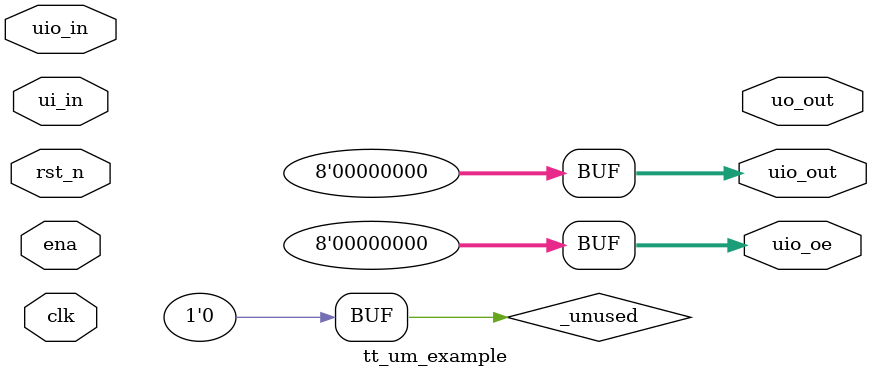
<source format=v>
/*
 * Copyright (c) 2024 Your Name
 * SPDX-License-Identifier: Apache-2.0
 */

`default_nettype none

module tt_um_example (
    input  wire [7:0] ui_in,    // Dedicated inputs
    output wire [7:0] uo_out,   // Dedicated outputs
    input  wire [7:0] uio_in,   // IOs: Input path
    output wire [7:0] uio_out,  // IOs: Output path
    output wire [7:0] uio_oe,   // IOs: Enable path (active high: 0=input, 1=output)
    input  wire       ena,      // always 1 when the design is powered, so you can ignore it
    input  wire       clk,      // clock
    input  wire       rst_n     // reset_n - low to reset
);

    assign uio_out = 0;
    assign uio_oe  = 0;
    wire _unused = &{ena, clk, rst_n, 1'b0};

    reg [7:0] counter;

    always @(posedge clk or negedge rst_n) begin
        //reset
        if (!rst_n) begin
            counter <= 8'b0;
        end

        //set
        else if (uio_in[1]) begin
            counter <= ui_in;
        end
        
        //enable
        else if (uio_in[0]) begin
            counter <= counter + 1'b1;
        end
        
    end

    // Tri-state output
    assign uio_out = uio_in[2] ? counter : 8'b0;

endmodule

</source>
